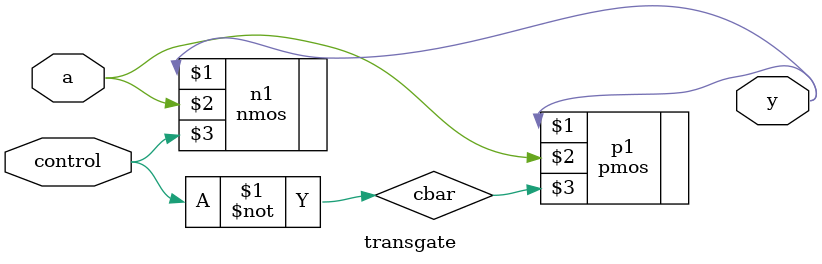
<source format=v>
module transgate(y,control,a);
	output y;
	input a,control;
	wire cbar;
	assign cbar = ~control;
	nmos n1(y,a,control);
	pmos p1(y,a,cbar);
endmodule

</source>
